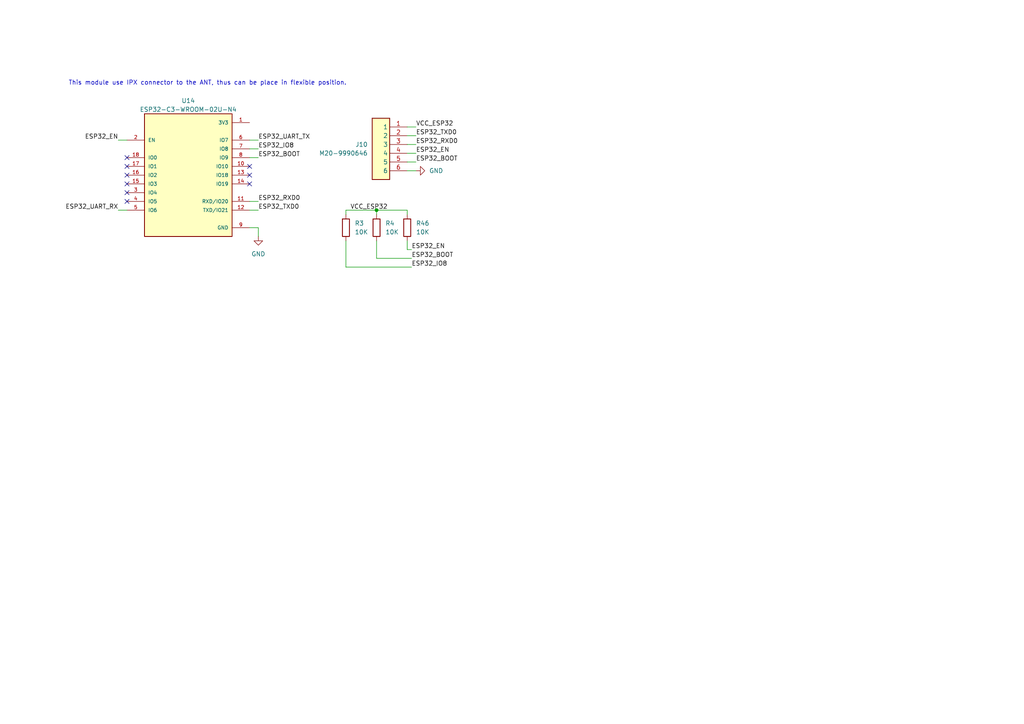
<source format=kicad_sch>
(kicad_sch (version 20231120) (generator "eeschema") (generator_version "8.0")
  (paper "A4")
  (lib_symbols
    (symbol "common_library:ESP32-C3-WROOM-02U-N4" (pin_names (offset 1.016))
      (property "Reference" "U14" (at 0 21.59 0))
      (property "Value" "ESP32-C3-WROOM-02U-N4" (at 0 19.05 0))
      (symbol "ESP32-C3-WROOM-02U-N4_0_0"
        (rectangle (start -12.7 17.78) (end 12.7 -17.78) (stroke (width 0.254)) (fill (type background)))
        (pin power_in line (at 17.78 15.24 180) (length 5.08) (name "3V3") (number "1"))
        (pin bidirectional line (at 17.78 2.54 180) (length 5.08) (name "IO10") (number "10"))
        (pin bidirectional line (at 17.78 -7.62 180) (length 5.08) (name "RXD/IO20") (number "11"))
        (pin bidirectional line (at 17.78 -10.16 180) (length 5.08) (name "TXD/IO21") (number "12"))
        (pin bidirectional line (at 17.78 0 180) (length 5.08) (name "IO18") (number "13"))
        (pin bidirectional line (at 17.78 -2.54 180) (length 5.08) (name "IO19") (number "14"))
        (pin bidirectional line (at -17.78 -2.54 0) (length 5.08) (name "IO3") (number "15"))
        (pin bidirectional line (at -17.78 0 0) (length 5.08) (name "IO2") (number "16"))
        (pin bidirectional line (at -17.78 2.54 0) (length 5.08) (name "IO1") (number "17"))
        (pin bidirectional line (at -17.78 5.08 0) (length 5.08) (name "IO0") (number "18"))
        (pin input line (at -17.78 10.16 0) (length 5.08) (name "EN") (number "2"))
        (pin bidirectional line (at -17.78 -5.08 0) (length 5.08) (name "IO4") (number "3"))
        (pin bidirectional line (at -17.78 -7.62 0) (length 5.08) (name "IO5") (number "4"))
        (pin bidirectional line (at -17.78 -10.16 0) (length 5.08) (name "IO6") (number "5"))
        (pin bidirectional line (at 17.78 10.16 180) (length 5.08) (name "IO7") (number "6"))
        (pin bidirectional line (at 17.78 7.62 180) (length 5.08) (name "IO8") (number "7"))
        (pin bidirectional line (at 17.78 5.08 180) (length 5.08) (name "IO9") (number "8"))
        (pin power_in line (at 17.78 -15.24 180) (length 5.08) (name "GND") (number "9"))
      )
      (symbol "ESP32-C3-WROOM-02U-N4_1_0"
        (pin power_in line (at 17.78 -15.24 180) (length 5.08) hide (name "GND__1") (number "19_1"))
        (pin power_in line (at 17.78 -15.24 180) (length 5.08) hide (name "GND__2") (number "19_2"))
        (pin power_in line (at 17.78 -15.24 180) (length 5.08) hide (name "GND__3") (number "19_3"))
        (pin power_in line (at 17.78 -15.24 180) (length 5.08) hide (name "GND__4") (number "19_4"))
        (pin power_in line (at 17.78 -15.24 180) (length 5.08) hide (name "GND__5") (number "19_5"))
        (pin power_in line (at 17.78 -15.24 180) (length 5.08) hide (name "GND__6") (number "19_6"))
        (pin power_in line (at 17.78 -15.24 180) (length 5.08) hide (name "GND__7") (number "19_7"))
        (pin power_in line (at 17.78 -15.24 180) (length 5.08) hide (name "GND__8") (number "19_8"))
        (pin power_in line (at 17.78 -15.24 180) (length 5.08) hide (name "GND__9") (number "19_9"))
        (pin no_connect line (at -17.78 -15.24 0) (length 5.08) hide (name "NC") (number "NC"))
      )
    )
    (symbol "connectors:M20-9990646"
      (property "Reference" "J" (at 16.51 7.62 0))
      (property "Value" "M20-9990646" (at 16.51 5.08 0))
      (symbol "M20-9990646_1_1"
        (rectangle (start 5.08 2.54) (end 10.16 -15.24) (stroke (width 0.254)) (fill (type background)))
        (pin passive line (at 0 0 0) (length 5.08) (name "1") (number "1"))
        (pin passive line (at 0 -2.54 0) (length 5.08) (name "2") (number "2"))
        (pin passive line (at 0 -5.08 0) (length 5.08) (name "3") (number "3"))
        (pin passive line (at 0 -7.62 0) (length 5.08) (name "4") (number "4"))
        (pin passive line (at 0 -10.16 0) (length 5.08) (name "5") (number "5"))
        (pin passive line (at 0 -12.7 0) (length 5.08) (name "6") (number "6"))
      )
    )
    (symbol "passive:R0402" (pin_numbers hide) (pin_names (offset 0))
      (property "Reference" "R" (at 2.032 0 90))
      (property "Value" "R" (at 0 0 90))
      (symbol "R0402_0_1"
        (rectangle (start -1.016 -2.54) (end 1.016 2.54) (stroke (width 0.254)))
      )
      (symbol "R0402_1_1"
        (pin passive line (at 0 3.81 270) (length 1.27) (name "~") (number "1"))
        (pin passive line (at 0 -3.81 90) (length 1.27) (name "~") (number "2"))
      )
    )
    (symbol "power:GND" (power) (pin_numbers hide) (pin_names (offset 0) hide)
      (property "Value" "GND" (at 0 -3.81 0))
      (symbol "GND_0_1"
        (polyline (pts (xy 0 0) (xy 0 -1.27) (xy 1.27 -1.27) (xy 0 -2.54) (xy -1.27 -1.27) (xy 0 -1.27)))
      )
      (symbol "GND_1_1"
        (pin power_in line (at 0 0 270) (length 0) (name "~") (number "1"))
      )
    )
  )
  (junction (at 109.22 60.96))
  (no_connect (at 72.39 53.34))
  (no_connect (at 36.83 53.34))
  (no_connect (at 36.83 45.72))
  (no_connect (at 72.39 48.26))
  (no_connect (at 72.39 50.8))
  (no_connect (at 36.83 50.8))
  (no_connect (at 36.83 55.88))
  (no_connect (at 36.83 48.26))
  (no_connect (at 36.83 58.42))
  (wire (pts (xy 74.93 45.72) (xy 72.39 45.72)))
  (wire (pts (xy 34.29 40.64) (xy 36.83 40.64)))
  (wire (pts (xy 72.39 66.04) (xy 74.93 66.04)))
  (wire (pts (xy 118.11 49.53) (xy 120.65 49.53)))
  (wire (pts (xy 100.33 69.85) (xy 100.33 77.47)))
  (wire (pts (xy 119.38 77.47) (xy 100.33 77.47)))
  (wire (pts (xy 109.22 60.96) (xy 109.22 62.23)))
  (wire (pts (xy 118.11 69.85) (xy 118.11 72.39)))
  (wire (pts (xy 109.22 69.85) (xy 109.22 74.93)))
  (wire (pts (xy 109.22 74.93) (xy 119.38 74.93)))
  (wire (pts (xy 34.29 60.96) (xy 36.83 60.96)))
  (wire (pts (xy 118.11 39.37) (xy 120.65 39.37)))
  (wire (pts (xy 109.22 60.96) (xy 118.11 60.96)))
  (wire (pts (xy 72.39 40.64) (xy 74.93 40.64)))
  (wire (pts (xy 118.11 60.96) (xy 118.11 62.23)))
  (wire (pts (xy 118.11 41.91) (xy 120.65 41.91)))
  (wire (pts (xy 118.11 36.83) (xy 120.65 36.83)))
  (wire (pts (xy 74.93 66.04) (xy 74.93 68.58)))
  (wire (pts (xy 118.11 44.45) (xy 120.65 44.45)))
  (wire (pts (xy 74.93 43.18) (xy 72.39 43.18)))
  (wire (pts (xy 100.33 62.23) (xy 100.33 60.96)))
  (wire (pts (xy 100.33 60.96) (xy 109.22 60.96)))
  (wire (pts (xy 118.11 72.39) (xy 119.38 72.39)))
  (wire (pts (xy 72.39 58.42) (xy 74.93 58.42)))
  (wire (pts (xy 118.11 46.99) (xy 120.65 46.99)))
  (wire (pts (xy 72.39 60.96) (xy 74.93 60.96)))
  (text "This module use IPX connector to the ANT, thus can be place in flexible position." (at 60.198 24.13 0) (effects (font (size 1.27 1.27))))
  (label "ESP32_RXD0" (at 120.65 41.91 0))
  (label "ESP32_IO8" (at 74.93 43.18 0))
  (label "ESP32_TXD0" (at 120.65 39.37 0))
  (label "VCC_ESP32" (at 101.6 60.96 0))
  (label "ESP32_UART_RX" (at 34.29 60.96 180))
  (label "ESP32_TXD0" (at 74.93 60.96 0))
  (label "ESP32_BOOT" (at 119.38 74.93 0))
  (label "ESP32_BOOT" (at 120.65 46.99 0))
  (label "ESP32_EN" (at 120.65 44.45 0))
  (label "ESP32_UART_TX" (at 74.93 40.64 0))
  (label "ESP32_EN" (at 119.38 72.39 0))
  (label "ESP32_EN" (at 34.29 40.64 180))
  (label "ESP32_IO8" (at 119.38 77.47 0))
  (label "ESP32_BOOT" (at 74.93 45.72 0))
  (label "VCC_ESP32" (at 120.65 36.83 0))
  (label "ESP32_RXD0" (at 74.93 58.42 0))
  (symbol (lib_id "passive:R0402") (at 109.22 66.04 180) (unit 1)
    (property "Reference" "R4" (at 111.76 64.7699 0) (effects (justify right)))
    (property "Value" "10K" (at 111.76 67.3099 0) (effects (justify right)))
    (property "Footprint" "Resistor_SMD:R_0402_1005Metric" (effects (hide yes)))
    (property "Description" "Resistor" (effects (hide yes)))
  )
  (symbol (lib_id "passive:R0402") (at 118.11 66.04 180) (unit 1)
    (property "Reference" "R46" (at 120.65 64.7699 0) (effects (justify right)))
    (property "Value" "10K" (at 120.65 67.3099 0) (effects (justify right)))
    (property "Footprint" "Resistor_SMD:R_0402_1005Metric" (effects (hide yes)))
    (property "Description" "Resistor" (effects (hide yes)))
  )
  (symbol (lib_id "power:GND") (at 74.93 68.58 0) (unit 1)
    (property "Reference" "#PWR0104" (effects (hide yes)))
    (property "Value" "GND" (at 74.93 73.66 0))
    (property "Description" "Power symbol creates a global label with name \"GND\" , ground" (effects (hide yes)))
  )
  (symbol (lib_id "common_library:ESP32-C3-WROOM-02U-N4") (at 54.61 50.8 0) (unit 1)
    (property "Reference" "U14" (at 54.61 29.21 0))
    (property "Value" "ESP32-C3-WROOM-02U-N4" (at 54.61 31.75 0))
    (property "Footprint" "common_library:ESP32-C3-WROOM-02U-N4" (effects (hide yes)))
  )
  (symbol (lib_id "connectors:M20-9990646") (at 118.11 36.83 0) (mirror y) (unit 1)
    (property "Reference" "J10" (at 106.68 41.9099 0) (effects (justify left)))
    (property "Value" "M20-9990646" (at 106.68 44.4499 0) (effects (justify left)))
    (property "Footprint" "connectors:2.54MM_6PIN-THT" (effects (hide yes)))
    (property "Datasheet" "https://cdn.harwin.com/pdfs/M20-999.pdf" (effects (hide yes)))
    (property "Description" "06 SIL Vertical Pin Header HARWIN M20 Series, 2.54mm Pitch 6 Way 1 Row Straight PCB Header, Solder Termination, 3A" (effects (hide yes)))
    (property "Mouser Part Number" "855-M20-9990646" (effects (hide yes)))
    (property "Manufacturer_Part_Number" "M20-9990646" (effects (hide yes)))
  )
  (symbol (lib_id "passive:R0402") (at 100.33 66.04 180) (unit 1)
    (property "Reference" "R3" (at 102.87 64.7699 0) (effects (justify right)))
    (property "Value" "10K" (at 102.87 67.3099 0) (effects (justify right)))
    (property "Footprint" "Resistor_SMD:R_0402_1005Metric" (effects (hide yes)))
    (property "Description" "Resistor" (effects (hide yes)))
  )
  (symbol (lib_id "power:GND") (at 120.65 49.53 90) (unit 1)
    (property "Reference" "#PWR0105" (effects (hide yes)))
    (property "Value" "GND" (at 124.46 49.5299 90) (effects (justify right)))
    (property "Description" "Power symbol creates a global label with name \"GND\" , ground" (effects (hide yes)))
  )
)
</source>
